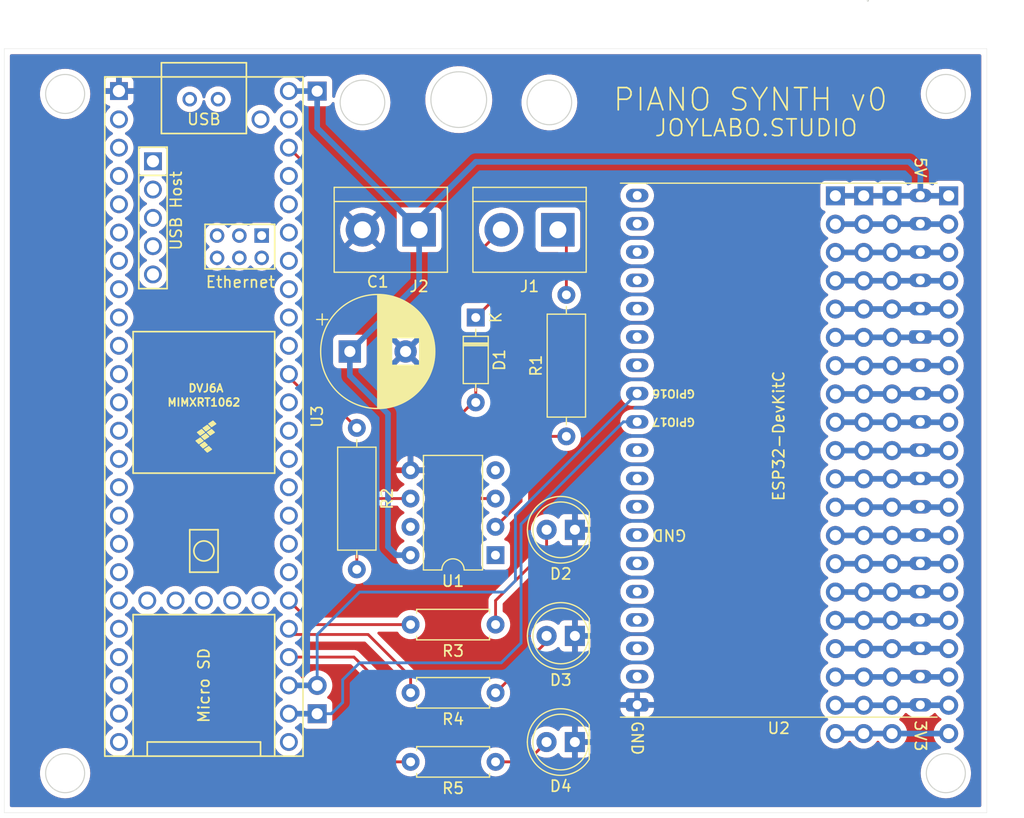
<source format=kicad_pcb>
(kicad_pcb (version 20211014) (generator pcbnew)
  (title_block (title "Piano Synth") (date "2022-05-25") (rev "v0") (company "JOYLABO.STUDIO") (comment 1 "Pool Piano @ Echigo Tsumari"))
  (layers (0 "F.Cu" signal) (31 "B.Cu" signal) (36 "B.SilkS" user "B.Silkscreen") (37 "F.SilkS" user "F.Silkscreen") (38 "B.Mask" user) (39 "F.Mask" user) (44 "Edge.Cuts" user))
  (net 0 "")
  (net 1 "VCC")
  (net 2 "GND")
  (net 3 "Net-(D1-Pad1)")
  (net 4 "Net-(D1-Pad2)")
  (net 5 "Net-(D2-Pad2)")
  (net 6 "Net-(D3-Pad2)")
  (net 7 "Net-(D4-Pad2)")
  (net 8 "Net-(J1-Pad1)")
  (net 9 "+3V3")
  (net 10 "Net-(R2-Pad2)")
  (net 11 "Net-(R3-Pad2)")
  (net 12 "Net-(R4-Pad2)")
  (net 13 "Net-(R5-Pad2)")
  (net 24 "Net-(U2-Pad27)")
  (net 25 "Net-(U2-Pad28)")
  (net 92 "Net-(U2-Pad18)")
  (net 93 "Net-(U2-Pad17)")
  (net 94 "Net-(U2-Pad16)")
  (net 95 "Net-(U2-Pad15)")
  (net 96 "Net-(U2-Pad14)")
  (net 97 "Net-(U2-Pad13)")
  (net 98 "Net-(U2-Pad12)")
  (net 99 "Net-(U2-Pad11)")
  (net 100 "Net-(U2-Pad10)")
  (net 101 "Net-(U2-Pad9)")
  (net 102 "Net-(U2-Pad8)")
  (net 103 "Net-(U2-Pad7)")
  (net 104 "Net-(U2-Pad6)")
  (net 105 "Net-(U2-Pad5)")
  (net 106 "Net-(U2-Pad4)")
  (net 107 "Net-(U2-Pad3)")
  (net 108 "Net-(U2-Pad2)")
  (net 109 "Net-(U2-Pad1)")
  (net 110 "Net-(J4-Pad20)")
  (footprint "Connector_PinHeader_2.54mm:PinHeader_1x20_P2.54mm_Vertical" (layer "F.Cu") (at 215.138 85.344)
    (fp_text reference "J6" hide)
    (fp_text value "Conn_01x20_Male")
    (pad "1" thru_hole rect (at 0 0) (size 1.7 1.7) (drill 1) (layers *.Cu *.Mask) (net 1 "VCC"))
    (pad "2" thru_hole oval (at 0 2.54) (size 1.7 1.7) (drill 1) (layers *.Cu *.Mask) (net 92 "Net-(U2-Pad18)"))
    (pad "3" thru_hole oval (at 0 5.08) (size 1.7 1.7) (drill 1) (layers *.Cu *.Mask) (net 93 "Net-(U2-Pad17)"))
    (pad "4" thru_hole oval (at 0 7.62) (size 1.7 1.7) (drill 1) (layers *.Cu *.Mask) (net 94 "Net-(U2-Pad16)"))
    (pad "5" thru_hole oval (at 0 10.16) (size 1.7 1.7) (drill 1) (layers *.Cu *.Mask) (net 95 "Net-(U2-Pad15)"))
    (pad "6" thru_hole oval (at 0 12.7) (size 1.7 1.7) (drill 1) (layers *.Cu *.Mask) (net 96 "Net-(U2-Pad14)"))
    (pad "7" thru_hole oval (at 0 15.24) (size 1.7 1.7) (drill 1) (layers *.Cu *.Mask) (net 97 "Net-(U2-Pad13)"))
    (pad "8" thru_hole oval (at 0 17.78) (size 1.7 1.7) (drill 1) (layers *.Cu *.Mask) (net 98 "Net-(U2-Pad12)"))
    (pad "9" thru_hole oval (at 0 20.32) (size 1.7 1.7) (drill 1) (layers *.Cu *.Mask) (net 99 "Net-(U2-Pad11)"))
    (pad "10" thru_hole oval (at 0 22.86) (size 1.7 1.7) (drill 1) (layers *.Cu *.Mask) (net 100 "Net-(U2-Pad10)"))
    (pad "11" thru_hole oval (at 0 25.4) (size 1.7 1.7) (drill 1) (layers *.Cu *.Mask) (net 101 "Net-(U2-Pad9)"))
    (pad "12" thru_hole oval (at 0 27.94) (size 1.7 1.7) (drill 1) (layers *.Cu *.Mask) (net 102 "Net-(U2-Pad8)"))
    (pad "13" thru_hole oval (at 0 30.48) (size 1.7 1.7) (drill 1) (layers *.Cu *.Mask) (net 103 "Net-(U2-Pad7)"))
    (pad "14" thru_hole oval (at 0 33.02) (size 1.7 1.7) (drill 1) (layers *.Cu *.Mask) (net 104 "Net-(U2-Pad6)"))
    (pad "15" thru_hole oval (at 0 35.56) (size 1.7 1.7) (drill 1) (layers *.Cu *.Mask) (net 105 "Net-(U2-Pad5)"))
    (pad "16" thru_hole oval (at 0 38.1) (size 1.7 1.7) (drill 1) (layers *.Cu *.Mask) (net 106 "Net-(U2-Pad4)"))
    (pad "17" thru_hole oval (at 0 40.64) (size 1.7 1.7) (drill 1) (layers *.Cu *.Mask) (net 107 "Net-(U2-Pad3)"))
    (pad "18" thru_hole oval (at 0 43.18) (size 1.7 1.7) (drill 1) (layers *.Cu *.Mask) (net 108 "Net-(U2-Pad2)"))
    (pad "19" thru_hole oval (at 0 45.72) (size 1.7 1.7) (drill 1) (layers *.Cu *.Mask) (net 109 "Net-(U2-Pad1)"))
    (pad "20" thru_hole oval (at 0 48.26) (size 1.7 1.7) (drill 1) (layers *.Cu *.Mask) (net 110 "Net-(J4-Pad20)"))
  )
  (footprint "Espressif:ESP32-DevKitC" (layer "F.Cu") (at 222.76168 131.03116 180)
    (fp_text reference "U2" (at 12.70368 -2.09728) (layer "F.SilkS"))
    (fp_text value "ESP32-DevKitC" (at 12.70368 24.13272 90) (layer "F.SilkS"))
    (fp_text user "GND" (at 24.13368 15.24272 180 unlocked) (layer "F.SilkS") (effects (justify right)))
    (fp_text user "GND" (at 25.40368 -4.60484 270 unlocked) (layer "F.SilkS") (effects (justify right)))
    (fp_text user "5V" (at 0.00368 49.24316 270 unlocked) (layer "F.SilkS") (effects (justify left)))
    (fp_text user "GPIO17" (at 24.13368 25.40272 180 unlocked) (layer "F.SilkS") (effects (font (size 0.7 0.7)) (justify right)))
    (fp_text user "GPIO16" (at 24.13368 27.94272 180 unlocked) (layer "F.SilkS") (effects (font (size 0.7 0.7)) (justify right)))
    (fp_text user "3V3" (at 0.00368 -1.30284 270 unlocked) (layer "F.SilkS") (effects (justify left)))
    (pad "1" thru_hole oval (at 0.00368 0.00272 90) (size 1.2 2) (drill 0.8) (layers *.Cu *.Mask) (net 109 "Net-(U2-Pad1)"))
    (pad "2" thru_hole oval (at 0.00368 2.54272 90) (size 1.2 2) (drill 0.8) (layers *.Cu *.Mask) (net 108 "Net-(U2-Pad2)"))
    (pad "3" thru_hole oval (at 0.00368 5.08272 90) (size 1.2 2) (drill 0.8) (layers *.Cu *.Mask) (net 107 "Net-(U2-Pad3)"))
    (pad "4" thru_hole oval (at 0.00368 7.62272 90) (size 1.2 2) (drill 0.8) (layers *.Cu *.Mask) (net 106 "Net-(U2-Pad4)"))
    (pad "5" thru_hole oval (at 0.00368 10.16272 90) (size 1.2 2) (drill 0.8) (layers *.Cu *.Mask) (net 105 "Net-(U2-Pad5)"))
    (pad "6" thru_hole oval (at 0.00368 12.70272 90) (size 1.2 2) (drill 0.8) (layers *.Cu *.Mask) (net 104 "Net-(U2-Pad6)"))
    (pad "7" thru_hole oval (at 0.00368 15.24272 90) (size 1.2 2) (drill 0.8) (layers *.Cu *.Mask) (net 103 "Net-(U2-Pad7)"))
    (pad "8" thru_hole oval (at 0.00368 17.78272 90) (size 1.2 2) (drill 0.8) (layers *.Cu *.Mask) (net 102 "Net-(U2-Pad8)"))
    (pad "9" thru_hole oval (at 0.00368 20.32272 90) (size 1.2 2) (drill 0.8) (layers *.Cu *.Mask) (net 101 "Net-(U2-Pad9)"))
    (pad "10" thru_hole oval (at 0.00368 22.86272 90) (size 1.2 2) (drill 0.8) (layers *.Cu *.Mask) (net 100 "Net-(U2-Pad10)"))
    (pad "11" thru_hole oval (at 0.00368 25.40272 90) (size 1.2 2) (drill 0.8) (layers *.Cu *.Mask) (net 99 "Net-(U2-Pad11)"))
    (pad "12" thru_hole oval (at 0.00368 27.94272 90) (size 1.2 2) (drill 0.8) (layers *.Cu *.Mask) (net 98 "Net-(U2-Pad12)"))
    (pad "13" thru_hole oval (at 0.00368 30.48272 90) (size 1.2 2) (drill 0.8) (layers *.Cu *.Mask) (net 97 "Net-(U2-Pad13)"))
    (pad "14" thru_hole roundrect (at 0.00368 33.02272 90) (size 1.2 2) (drill 0.8) (layers *.Cu *.Mask) (net 96 "Net-(U2-Pad14)"))
    (pad "15" thru_hole oval (at 0.00368 35.56272 90) (size 1.2 2) (drill 0.8) (layers *.Cu *.Mask) (net 95 "Net-(U2-Pad15)"))
    (pad "16" thru_hole oval (at 0.00368 38.10272 90) (size 1.2 2) (drill 0.8) (layers *.Cu *.Mask) (net 94 "Net-(U2-Pad16)"))
    (pad "17" thru_hole oval (at 0.00368 40.64272 90) (size 1.2 2) (drill 0.8) (layers *.Cu *.Mask) (net 93 "Net-(U2-Pad17)"))
    (pad "18" thru_hole oval (at 0.00368 43.18272 90) (size 1.2 2) (drill 0.8) (layers *.Cu *.Mask) (net 92 "Net-(U2-Pad18)"))
    (pad "19" thru_hole oval (at 0.00368 45.72272 90) (size 1.2 2) (drill 0.8) (layers *.Cu *.Mask) (net 1 "VCC"))
    (pad "20" thru_hole oval (at 25.4 45.72 90) (size 1.2 2) (drill 0.8) (layers *.Cu *.Mask))
    (pad "21" thru_hole oval (at 25.4 43.18 90) (size 1.2 2) (drill 0.8) (layers *.Cu *.Mask))
    (pad "22" thru_hole oval (at 25.40368 40.64272 90) (size 1.2 2) (drill 0.8) (layers *.Cu *.Mask))
    (pad "23" thru_hole oval (at 25.40368 38.10272 90) (size 1.2 2) (drill 0.8) (layers *.Cu *.Mask))
    (pad "24" thru_hole oval (at 25.40368 35.56272 90) (size 1.2 2) (drill 0.8) (layers *.Cu *.Mask))
    (pad "25" thru_hole oval (at 25.40368 33.02272 90) (size 1.2 2) (drill 0.8) (layers *.Cu *.Mask))
    (pad "26" thru_hole oval (at 25.40368 30.48272 90) (size 1.2 2) (drill 0.8) (layers *.Cu *.Mask))
    (pad "27" thru_hole oval (at 25.40368 27.94272 90) (size 1.2 2) (drill 0.8) (layers *.Cu *.Mask) (net 24 "Net-(U2-Pad27)"))
    (pad "28" thru_hole oval (at 25.40368 25.40272 90) (size 1.2 2) (drill 0.8) (layers *.Cu *.Mask) (net 25 "Net-(U2-Pad28)"))
    (pad "29" thru_hole oval (at 25.40368 22.86272 90) (size 1.2 2) (drill 0.8) (layers *.Cu *.Mask))
    (pad "30" thru_hole oval (at 25.40368 20.32272 90) (size 1.2 2) (drill 0.8) (layers *.Cu *.Mask))
    (pad "31" thru_hole oval (at 25.40368 17.78272 90) (size 1.2 2) (drill 0.8) (layers *.Cu *.Mask))
    (pad "32" thru_hole oval (at 25.40368 15.24272 90) (size 1.2 2) (drill 0.8) (layers *.Cu *.Mask))
    (pad "33" thru_hole oval (at 25.40368 12.70272 90) (size 1.2 2) (drill 0.8) (layers *.Cu *.Mask))
    (pad "34" thru_hole oval (at 25.40368 10.16272 90) (size 1.2 2) (drill 0.8) (layers *.Cu *.Mask))
    (pad "35" thru_hole oval (at 25.40368 7.62272 90) (size 1.2 2) (drill 0.8) (layers *.Cu *.Mask))
    (pad "36" thru_hole oval (at 25.40368 5.08272 90) (size 1.2 2) (drill 0.8) (layers *.Cu *.Mask))
    (pad "37" thru_hole oval (at 25.40368 2.54272 90) (size 1.2 2) (drill 0.8) (layers *.Cu *.Mask))
    (pad "38" thru_hole roundrect (at 25.40368 0.00272 90) (size 1.2 2) (drill 0.8) (layers *.Cu *.Mask) (net 2 "GND"))
  )
  (footprint "TerminalBlock:TerminalBlock_bornier-2_P5.08mm" (layer "F.Cu") (at 190.246 88.392 180)
    (fp_text reference "J1" (at 2.54 -5.08) (layer "F.SilkS"))
    (fp_text value "Screw_Terminal_01x02")
    (pad "1" thru_hole rect (at 0 0 180) (size 3 3) (drill 1.52) (layers *.Cu *.Mask) (net 8 "Net-(J1-Pad1)"))
    (pad "2" thru_hole circle (at 5.08 0 180) (size 3 3) (drill 1.52) (layers *.Cu *.Mask) (net 4 "Net-(D1-Pad2)"))
  )
  (footprint "Resistor_THT:R_Axial_DIN0207_L6.3mm_D2.5mm_P7.62mm_Horizontal" (layer "F.Cu") (at 184.658 136.144 180)
    (fp_text reference "R5" (at 3.81 -2.37) (layer "F.SilkS"))
    (fp_text value "68")
    (pad "1" thru_hole circle (at 0 0 180) (size 1.6 1.6) (drill 0.8) (layers *.Cu *.Mask) (net 7 "Net-(D4-Pad2)"))
    (pad "2" thru_hole oval (at 7.62 0 180) (size 1.6 1.6) (drill 0.8) (layers *.Cu *.Mask) (net 13 "Net-(R5-Pad2)"))
  )
  (footprint "Resistor_THT:R_Axial_DIN0309_L9.0mm_D3.2mm_P12.70mm_Horizontal" (layer "F.Cu") (at 172.212 106.172 -90)
    (fp_text reference "R2" (at 6.35 -2.72 90) (layer "F.SilkS"))
    (fp_text value "470")
    (pad "1" thru_hole circle (at 0 0 270) (size 1.6 1.6) (drill 0.8) (layers *.Cu *.Mask) (net 9 "+3V3"))
    (pad "2" thru_hole oval (at 12.7 0 270) (size 1.6 1.6) (drill 0.8) (layers *.Cu *.Mask) (net 10 "Net-(R2-Pad2)"))
  )
  (footprint "Resistor_THT:R_Axial_DIN0309_L9.0mm_D3.2mm_P12.70mm_Horizontal" (layer "F.Cu") (at 191.008 106.934 90)
    (fp_text reference "R1" (at 6.35 -2.72 90) (layer "F.SilkS"))
    (fp_text value "220")
    (pad "1" thru_hole circle (at 0 0 90) (size 1.6 1.6) (drill 0.8) (layers *.Cu *.Mask) (net 3 "Net-(D1-Pad1)"))
    (pad "2" thru_hole oval (at 12.7 0 90) (size 1.6 1.6) (drill 0.8) (layers *.Cu *.Mask) (net 8 "Net-(J1-Pad1)"))
  )
  (footprint "Connector_PinHeader_2.54mm:PinHeader_1x20_P2.54mm_Vertical" (layer "F.Cu") (at 225.298 85.344)
    (fp_text reference "J7" hide)
    (fp_text value "Conn_01x20_Male")
    (pad "1" thru_hole rect (at 0 0) (size 1.7 1.7) (drill 1) (layers *.Cu *.Mask) (net 1 "VCC"))
    (pad "2" thru_hole oval (at 0 2.54) (size 1.7 1.7) (drill 1) (layers *.Cu *.Mask) (net 92 "Net-(U2-Pad18)"))
    (pad "3" thru_hole oval (at 0 5.08) (size 1.7 1.7) (drill 1) (layers *.Cu *.Mask) (net 93 "Net-(U2-Pad17)"))
    (pad "4" thru_hole oval (at 0 7.62) (size 1.7 1.7) (drill 1) (layers *.Cu *.Mask) (net 94 "Net-(U2-Pad16)"))
    (pad "5" thru_hole oval (at 0 10.16) (size 1.7 1.7) (drill 1) (layers *.Cu *.Mask) (net 95 "Net-(U2-Pad15)"))
    (pad "6" thru_hole oval (at 0 12.7) (size 1.7 1.7) (drill 1) (layers *.Cu *.Mask) (net 96 "Net-(U2-Pad14)"))
    (pad "7" thru_hole oval (at 0 15.24) (size 1.7 1.7) (drill 1) (layers *.Cu *.Mask) (net 97 "Net-(U2-Pad13)"))
    (pad "8" thru_hole oval (at 0 17.78) (size 1.7 1.7) (drill 1) (layers *.Cu *.Mask) (net 98 "Net-(U2-Pad12)"))
    (pad "9" thru_hole oval (at 0 20.32) (size 1.7 1.7) (drill 1) (layers *.Cu *.Mask) (net 99 "Net-(U2-Pad11)"))
    (pad "10" thru_hole oval (at 0 22.86) (size 1.7 1.7) (drill 1) (layers *.Cu *.Mask) (net 100 "Net-(U2-Pad10)"))
    (pad "11" thru_hole oval (at 0 25.4) (size 1.7 1.7) (drill 1) (layers *.Cu *.Mask) (net 101 "Net-(U2-Pad9)"))
    (pad "12" thru_hole oval (at 0 27.94) (size 1.7 1.7) (drill 1) (layers *.Cu *.Mask) (net 102 "Net-(U2-Pad8)"))
    (pad "13" thru_hole oval (at 0 30.48) (size 1.7 1.7) (drill 1) (layers *.Cu *.Mask) (net 103 "Net-(U2-Pad7)"))
    (pad "14" thru_hole oval (at 0 33.02) (size 1.7 1.7) (drill 1) (layers *.Cu *.Mask) (net 104 "Net-(U2-Pad6)"))
    (pad "15" thru_hole oval (at 0 35.56) (size 1.7 1.7) (drill 1) (layers *.Cu *.Mask) (net 105 "Net-(U2-Pad5)"))
    (pad "16" thru_hole oval (at 0 38.1) (size 1.7 1.7) (drill 1) (layers *.Cu *.Mask) (net 106 "Net-(U2-Pad4)"))
    (pad "17" thru_hole oval (at 0 40.64) (size 1.7 1.7) (drill 1) (layers *.Cu *.Mask) (net 107 "Net-(U2-Pad3)"))
    (pad "18" thru_hole oval (at 0 43.18) (size 1.7 1.7) (drill 1) (layers *.Cu *.Mask) (net 108 "Net-(U2-Pad2)"))
    (pad "19" thru_hole oval (at 0 45.72) (size 1.7 1.7) (drill 1) (layers *.Cu *.Mask) (net 109 "Net-(U2-Pad1)"))
    (pad "20" thru_hole oval (at 0 48.26) (size 1.7 1.7) (drill 1) (layers *.Cu *.Mask) (net 110 "Net-(J4-Pad20)"))
  )
  (footprint "Connector_PinHeader_2.54mm:PinHeader_1x20_P2.54mm_Vertical" (layer "F.Cu") (at 217.678 85.344)
    (fp_text reference "J5" hide)
    (fp_text value "Conn_01x20_Male")
    (pad "1" thru_hole rect (at 0 0) (size 1.7 1.7) (drill 1) (layers *.Cu *.Mask) (net 1 "VCC"))
    (pad "2" thru_hole oval (at 0 2.54) (size 1.7 1.7) (drill 1) (layers *.Cu *.Mask) (net 92 "Net-(U2-Pad18)"))
    (pad "3" thru_hole oval (at 0 5.08) (size 1.7 1.7) (drill 1) (layers *.Cu *.Mask) (net 93 "Net-(U2-Pad17)"))
    (pad "4" thru_hole oval (at 0 7.62) (size 1.7 1.7) (drill 1) (layers *.Cu *.Mask) (net 94 "Net-(U2-Pad16)"))
    (pad "5" thru_hole oval (at 0 10.16) (size 1.7 1.7) (drill 1) (layers *.Cu *.Mask) (net 95 "Net-(U2-Pad15)"))
    (pad "6" thru_hole oval (at 0 12.7) (size 1.7 1.7) (drill 1) (layers *.Cu *.Mask) (net 96 "Net-(U2-Pad14)"))
    (pad "7" thru_hole oval (at 0 15.24) (size 1.7 1.7) (drill 1) (layers *.Cu *.Mask) (net 97 "Net-(U2-Pad13)"))
    (pad "8" thru_hole oval (at 0 17.78) (size 1.7 1.7) (drill 1) (layers *.Cu *.Mask) (net 98 "Net-(U2-Pad12)"))
    (pad "9" thru_hole oval (at 0 20.32) (size 1.7 1.7) (drill 1) (layers *.Cu *.Mask) (net 99 "Net-(U2-Pad11)"))
    (pad "10" thru_hole oval (at 0 22.86) (size 1.7 1.7) (drill 1) (layers *.Cu *.Mask) (net 100 "Net-(U2-Pad10)"))
    (pad "11" thru_hole oval (at 0 25.4) (size 1.7 1.7) (drill 1) (layers *.Cu *.Mask) (net 101 "Net-(U2-Pad9)"))
    (pad "12" thru_hole oval (at 0 27.94) (size 1.7 1.7) (drill 1) (layers *.Cu *.Mask) (net 102 "Net-(U2-Pad8)"))
    (pad "13" thru_hole oval (at 0 30.48) (size 1.7 1.7) (drill 1) (layers *.Cu *.Mask) (net 103 "Net-(U2-Pad7)"))
    (pad "14" thru_hole oval (at 0 33.02) (size 1.7 1.7) (drill 1) (layers *.Cu *.Mask) (net 104 "Net-(U2-Pad6)"))
    (pad "15" thru_hole oval (at 0 35.56) (size 1.7 1.7) (drill 1) (layers *.Cu *.Mask) (net 105 "Net-(U2-Pad5)"))
    (pad "16" thru_hole oval (at 0 38.1) (size 1.7 1.7) (drill 1) (layers *.Cu *.Mask) (net 106 "Net-(U2-Pad4)"))
    (pad "17" thru_hole oval (at 0 40.64) (size 1.7 1.7) (drill 1) (layers *.Cu *.Mask) (net 107 "Net-(U2-Pad3)"))
    (pad "18" thru_hole oval (at 0 43.18) (size 1.7 1.7) (drill 1) (layers *.Cu *.Mask) (net 108 "Net-(U2-Pad2)"))
    (pad "19" thru_hole oval (at 0 45.72) (size 1.7 1.7) (drill 1) (layers *.Cu *.Mask) (net 109 "Net-(U2-Pad1)"))
    (pad "20" thru_hole oval (at 0 48.26) (size 1.7 1.7) (drill 1) (layers *.Cu *.Mask) (net 110 "Net-(J4-Pad20)"))
  )
  (footprint "Diode_THT:D_DO-35_SOD27_P7.62mm_Horizontal" (layer "F.Cu") (at 182.88 96.266 -90)
    (fp_text reference "D1" (at 3.81 -2.12 90) (layer "F.SilkS"))
    (fp_text value "1N4148")
    (fp_text user "K" (at 0 -1.8 90) (layer "F.SilkS"))
    (pad "1" thru_hole rect (at 0 0 270) (size 1.6 1.6) (drill 0.8) (layers *.Cu *.Mask) (net 3 "Net-(D1-Pad1)"))
    (pad "2" thru_hole oval (at 7.62 0 270) (size 1.6 1.6) (drill 0.8) (layers *.Cu *.Mask) (net 4 "Net-(D1-Pad2)"))
  )
  (footprint "TerminalBlock:TerminalBlock_bornier-2_P5.08mm" (layer "F.Cu") (at 177.8 88.392 180)
    (fp_text reference "J2" (at 0 -5.08) (layer "F.SilkS"))
    (fp_text value "Screw_Terminal_01x02")
    (pad "1" thru_hole rect (at 0 0 180) (size 3 3) (drill 1.52) (layers *.Cu *.Mask) (net 1 "VCC"))
    (pad "2" thru_hole circle (at 5.08 0 180) (size 3 3) (drill 1.52) (layers *.Cu *.Mask) (net 2 "GND"))
  )
  (footprint "Connector_PinHeader_2.54mm:PinHeader_1x02_P2.54mm_Vertical" (layer "F.Cu") (at 168.656 131.826 180)
    (fp_text reference "J8" hide)
    (fp_text value "Conn_01x02_Male")
    (pad "1" thru_hole rect (at 0 0 180) (size 1.7 1.7) (drill 1) (layers *.Cu *.Mask) (net 25 "Net-(U2-Pad28)"))
    (pad "2" thru_hole oval (at 0 2.54 180) (size 1.7 1.7) (drill 1) (layers *.Cu *.Mask) (net 24 "Net-(U2-Pad27)"))
  )
  (footprint "Connector_PinHeader_2.54mm:PinHeader_1x01_P2.54mm_Vertical" (layer "F.Cu") (at 168.656 75.946)
    (fp_text reference "J3" hide)
    (fp_text value "Conn_01x01_Male")
    (pad "1" thru_hole rect (at 0 0) (size 1.7 1.7) (drill 1) (layers *.Cu *.Mask) (net 1 "VCC"))
  )
  (footprint "LED_THT:LED_D5.0mm" (layer "F.Cu") (at 191.775 124.841 180)
    (fp_text reference "D3" (at 1.27 -3.96) (layer "F.SilkS"))
    (fp_text value "YEL")
    (pad "1" thru_hole rect (at 0 0 180) (size 1.8 1.8) (drill 0.9) (layers *.Cu *.Mask) (net 2 "GND"))
    (pad "2" thru_hole circle (at 2.54 0 180) (size 1.8 1.8) (drill 0.9) (layers *.Cu *.Mask) (net 6 "Net-(D3-Pad2)"))
  )
  (footprint "Connector_PinHeader_2.54mm:PinHeader_1x20_P2.54mm_Vertical" (layer "F.Cu") (at 220.218 85.344)
    (fp_text reference "J4" hide)
    (fp_text value "Conn_01x20_Male")
    (pad "1" thru_hole rect (at 0 0) (size 1.7 1.7) (drill 1) (layers *.Cu *.Mask) (net 1 "VCC"))
    (pad "2" thru_hole oval (at 0 2.54) (size 1.7 1.7) (drill 1) (layers *.Cu *.Mask) (net 92 "Net-(U2-Pad18)"))
    (pad "3" thru_hole oval (at 0 5.08) (size 1.7 1.7) (drill 1) (layers *.Cu *.Mask) (net 93 "Net-(U2-Pad17)"))
    (pad "4" thru_hole oval (at 0 7.62) (size 1.7 1.7) (drill 1) (layers *.Cu *.Mask) (net 94 "Net-(U2-Pad16)"))
    (pad "5" thru_hole oval (at 0 10.16) (size 1.7 1.7) (drill 1) (layers *.Cu *.Mask) (net 95 "Net-(U2-Pad15)"))
    (pad "6" thru_hole oval (at 0 12.7) (size 1.7 1.7) (drill 1) (layers *.Cu *.Mask) (net 96 "Net-(U2-Pad14)"))
    (pad "7" thru_hole oval (at 0 15.24) (size 1.7 1.7) (drill 1) (layers *.Cu *.Mask) (net 97 "Net-(U2-Pad13)"))
    (pad "8" thru_hole oval (at 0 17.78) (size 1.7 1.7) (drill 1) (layers *.Cu *.Mask) (net 98 "Net-(U2-Pad12)"))
    (pad "9" thru_hole oval (at 0 20.32) (size 1.7 1.7) (drill 1) (layers *.Cu *.Mask) (net 99 "Net-(U2-Pad11)"))
    (pad "10" thru_hole oval (at 0 22.86) (size 1.7 1.7) (drill 1) (layers *.Cu *.Mask) (net 100 "Net-(U2-Pad10)"))
    (pad "11" thru_hole oval (at 0 25.4) (size 1.7 1.7) (drill 1) (layers *.Cu *.Mask) (net 101 "Net-(U2-Pad9)"))
    (pad "12" thru_hole oval (at 0 27.94) (size 1.7 1.7) (drill 1) (layers *.Cu *.Mask) (net 102 "Net-(U2-Pad8)"))
    (pad "13" thru_hole oval (at 0 30.48) (size 1.7 1.7) (drill 1) (layers *.Cu *.Mask) (net 103 "Net-(U2-Pad7)"))
    (pad "14" thru_hole oval (at 0 33.02) (size 1.7 1.7) (drill 1) (layers *.Cu *.Mask) (net 104 "Net-(U2-Pad6)"))
    (pad "15" thru_hole oval (at 0 35.56) (size 1.7 1.7) (drill 1) (layers *.Cu *.Mask) (net 105 "Net-(U2-Pad5)"))
    (pad "16" thru_hole oval (at 0 38.1) (size 1.7 1.7) (drill 1) (layers *.Cu *.Mask) (net 106 "Net-(U2-Pad4)"))
    (pad "17" thru_hole oval (at 0 40.64) (size 1.7 1.7) (drill 1) (layers *.Cu *.Mask) (net 107 "Net-(U2-Pad3)"))
    (pad "18" thru_hole oval (at 0 43.18) (size 1.7 1.7) (drill 1) (layers *.Cu *.Mask) (net 108 "Net-(U2-Pad2)"))
    (pad "19" thru_hole oval (at 0 45.72) (size 1.7 1.7) (drill 1) (layers *.Cu *.Mask) (net 109 "Net-(U2-Pad1)"))
    (pad "20" thru_hole oval (at 0 48.26) (size 1.7 1.7) (drill 1) (layers *.Cu *.Mask) (net 110 "Net-(J4-Pad20)"))
  )
  (footprint "Package_DIP:DIP-8_W7.62mm" (layer "F.Cu") (at 184.648 117.592 180)
    (fp_text reference "U1" (at 3.81 -2.33) (layer "F.SilkS"))
    (fp_text value "6N138")
    (pad "1" thru_hole rect (at 0 0 180) (size 1.6 1.6) (drill 0.8) (layers *.Cu *.Mask))
    (pad "2" thru_hole oval (at 0 2.54 180) (size 1.6 1.6) (drill 0.8) (layers *.Cu *.Mask) (net 3 "Net-(D1-Pad1)"))
    (pad "3" thru_hole oval (at 0 5.08 180) (size 1.6 1.6) (drill 0.8) (layers *.Cu *.Mask) (net 4 "Net-(D1-Pad2)"))
    (pad "4" thru_hole oval (at 0 7.62 180) (size 1.6 1.6) (drill 0.8) (layers *.Cu *.Mask))
    (pad "5" thru_hole oval (at 7.62 7.62 180) (size 1.6 1.6) (drill 0.8) (layers *.Cu *.Mask) (net 2 "GND"))
    (pad "6" thru_hole oval (at 7.62 5.08 180) (size 1.6 1.6) (drill 0.8) (layers *.Cu *.Mask) (net 10 "Net-(R2-Pad2)"))
    (pad "7" thru_hole oval (at 7.62 2.54 180) (size 1.6 1.6) (drill 0.8) (layers *.Cu *.Mask))
    (pad "8" thru_hole oval (at 7.62 0 180) (size 1.6 1.6) (drill 0.8) (layers *.Cu *.Mask) (net 1 "VCC"))
  )
  (footprint "LED_THT:LED_D5.0mm" (layer "F.Cu") (at 191.775 115.316 180)
    (fp_text reference "D2" (at 1.27 -3.96) (layer "F.SilkS"))
    (fp_text value "GRN")
    (pad "1" thru_hole rect (at 0 0 180) (size 1.8 1.8) (drill 0.9) (layers *.Cu *.Mask) (net 2 "GND"))
    (pad "2" thru_hole circle (at 2.54 0 180) (size 1.8 1.8) (drill 0.9) (layers *.Cu *.Mask) (net 5 "Net-(D2-Pad2)"))
  )
  (footprint "Capacitor_THT:CP_Radial_D10.0mm_P5.00mm" (layer "F.Cu") (at 171.587349 99.314)
    (fp_text reference "C1" (at 2.5 -6.25) (layer "F.SilkS"))
    (fp_text value "0.1uF")
    (pad "1" thru_hole rect (at 0 0) (size 2 2) (drill 1) (layers *.Cu *.Mask) (net 1 "VCC"))
    (pad "2" thru_hole circle (at 5 0) (size 2 2) (drill 1) (layers *.Cu *.Mask) (net 2 "GND"))
  )
  (footprint "Resistor_THT:R_Axial_DIN0207_L6.3mm_D2.5mm_P7.62mm_Horizontal" (layer "F.Cu") (at 184.658 129.9464 180)
    (fp_text reference "R4" (at 3.81 -2.37) (layer "F.SilkS"))
    (fp_text value "68")
    (pad "1" thru_hole circle (at 0 0 180) (size 1.6 1.6) (drill 0.8) (layers *.Cu *.Mask) (net 6 "Net-(D3-Pad2)"))
    (pad "2" thru_hole oval (at 7.62 0 180) (size 1.6 1.6) (drill 0.8) (layers *.Cu *.Mask) (net 12 "Net-(R4-Pad2)"))
  )
  (footprint "Resistor_THT:R_Axial_DIN0207_L6.3mm_D2.5mm_P7.62mm_Horizontal" (layer "F.Cu") (at 184.658 123.825 180)
    (fp_text reference "R3" (at 3.81 -2.37) (layer "F.SilkS"))
    (fp_text value "15")
    (pad "1" thru_hole circle (at 0 0 180) (size 1.6 1.6) (drill 0.8) (layers *.Cu *.Mask) (net 5 "Net-(D2-Pad2)"))
    (pad "2" thru_hole oval (at 7.62 0 180) (size 1.6 1.6) (drill 0.8) (layers *.Cu *.Mask) (net 11 "Net-(R3-Pad2)"))
  )
  (footprint "LED_THT:LED_D5.0mm" (layer "F.Cu") (at 191.77 134.366 180)
    (fp_text reference "D4" (at 1.27 -3.96) (layer "F.SilkS"))
    (fp_text value "RED")
    (pad "1" thru_hole rect (at 0 0 180) (size 1.8 1.8) (drill 0.9) (layers *.Cu *.Mask) (net 2 "GND"))
    (pad "2" thru_hole circle (at 2.54 0 180) (size 1.8 1.8) (drill 0.9) (layers *.Cu *.Mask) (net 7 "Net-(D4-Pad2)"))
  )
  (footprint "teensy:Teensy41" (layer "F.Cu") (at 158.496 105.151 -90)
    (fp_text reference "U3" (at 0 -10.16 90) (layer "F.SilkS"))
    (fp_text value "Teensy4.1")
    (fp_text user "Ethernet" (at -12.065 -3.2766) (layer "F.SilkS"))
    (fp_text user "USB" (at -26.67 0) (layer "F.SilkS"))
    (fp_text user "USB Host" (at -18.4658 2.4892 90) (layer "F.SilkS"))
    (fp_text user "MIMXRT1062" (at -1.27 0) (layer "F.SilkS") (effects (font (size 0.7 0.7))))
    (fp_text user "DVJ6A" (at -2.54 -0.18) (layer "F.SilkS") (effects (font (size 0.7 0.7))))
    (fp_text user "Micro SD" (at 24.13 0 90) (layer "F.SilkS"))
    (pad "1" thru_hole rect locked (at -29.21 7.62 270) (size 1.6 1.6) (drill 1.1) (layers *.Cu *.Mask) (net 2 "GND"))
    (pad "2" thru_hole circle locked (at -26.67 7.62 270) (size 1.6 1.6) (drill 1.1) (layers *.Cu *.Mask))
    (pad "3" thru_hole circle locked (at -24.13 7.62 270) (size 1.6 1.6) (drill 1.1) (layers *.Cu *.Mask))
    (pad "4" thru_hole circle locked (at -21.59 7.62 270) (size 1.6 1.6) (drill 1.1) (layers *.Cu *.Mask))
    (pad "5" thru_hole circle locked (at -19.05 7.62 270) (size 1.6 1.6) (drill 1.1) (layers *.Cu *.Mask))
    (pad "6" thru_hole circle locked (at -16.51 7.62 270) (size 1.6 1.6) (drill 1.1) (layers *.Cu *.Mask))
    (pad "7" thru_hole circle locked (at -13.97 7.62 270) (size 1.6 1.6) (drill 1.1) (layers *.Cu *.Mask))
    (pad "8" thru_hole circle locked (at -11.43 7.62 270) (size 1.6 1.6) (drill 1.1) (layers *.Cu *.Mask))
    (pad "9" thru_hole circle locked (at -8.89 7.62 270) (size 1.6 1.6) (drill 1.1) (layers *.Cu *.Mask))
    (pad "10" thru_hole circle locked (at -6.35 7.62 270) (size 1.6 1.6) (drill 1.1) (layers *.Cu *.Mask))
    (pad "11" thru_hole circle locked (at -3.81 7.62 270) (size 1.6 1.6) (drill 1.1) (layers *.Cu *.Mask))
    (pad "12" thru_hole circle locked (at -1.27 7.62 270) (size 1.6 1.6) (drill 1.1) (layers *.Cu *.Mask))
    (pad "13" thru_hole circle locked (at 1.27 7.62 270) (size 1.6 1.6) (drill 1.1) (layers *.Cu *.Mask))
    (pad "14" thru_hole circle locked (at 3.81 7.62 270) (size 1.6 1.6) (drill 1.1) (layers *.Cu *.Mask))
    (pad "15" thru_hole circle locked (at 6.35 7.62 270) (size 1.6 1.6) (drill 1.1) (layers *.Cu *.Mask))
    (pad "16" thru_hole circle locked (at 8.89 7.62 270) (size 1.6 1.6) (drill 1.1) (layers *.Cu *.Mask))
    (pad "17" thru_hole circle locked (at 11.43 7.62 270) (size 1.6 1.6) (drill 1.1) (layers *.Cu *.Mask))
    (pad "18" thru_hole circle locked (at 13.97 7.62 270) (size 1.6 1.6) (drill 1.1) (layers *.Cu *.Mask))
    (pad "19" thru_hole circle locked (at 16.51 7.62 270) (size 1.6 1.6) (drill 1.1) (layers *.Cu *.Mask))
    (pad "20" thru_hole circle locked (at 19.05 7.62 270) (size 1.6 1.6) (drill 1.1) (layers *.Cu *.Mask))
    (pad "21" thru_hole circle locked (at 21.59 7.62 270) (size 1.6 1.6) (drill 1.1) (layers *.Cu *.Mask))
    (pad "22" thru_hole circle locked (at 24.13 7.62 270) (size 1.6 1.6) (drill 1.1) (layers *.Cu *.Mask))
    (pad "23" thru_hole circle locked (at 26.67 7.62 270) (size 1.6 1.6) (drill 1.1) (layers *.Cu *.Mask))
    (pad "24" thru_hole circle locked (at 29.21 7.62 270) (size 1.6 1.6) (drill 1.1) (layers *.Cu *.Mask))
    (pad "25" thru_hole circle locked (at 29.21 -7.62 270) (size 1.6 1.6) (drill 1.1) (layers *.Cu *.Mask))
    (pad "26" thru_hole circle locked (at 26.67 -7.62 270) (size 1.6 1.6) (drill 1.1) (layers *.Cu *.Mask) (net 25 "Net-(U2-Pad28)"))
    (pad "27" thru_hole circle locked (at 24.13 -7.62 270) (size 1.6 1.6) (drill 1.1) (layers *.Cu *.Mask) (net 24 "Net-(U2-Pad27)"))
    (pad "28" thru_hole circle locked (at 21.59 -7.62 270) (size 1.6 1.6) (drill 1.1) (layers *.Cu *.Mask) (net 13 "Net-(R5-Pad2)"))
    (pad "29" thru_hole circle locked (at 19.05 -7.62 270) (size 1.6 1.6) (drill 1.1) (layers *.Cu *.Mask) (net 12 "Net-(R4-Pad2)"))
    (pad "30" thru_hole circle locked (at 16.51 -7.62 270) (size 1.6 1.6) (drill 1.1) (layers *.Cu *.Mask) (net 11 "Net-(R3-Pad2)"))
    (pad "31" thru_hole circle locked (at 13.97 -7.62 270) (size 1.6 1.6) (drill 1.1) (layers *.Cu *.Mask))
    (pad "32" thru_hole circle locked (at 11.43 -7.62 270) (size 1.6 1.6) (drill 1.1) (layers *.Cu *.Mask))
    (pad "33" thru_hole circle locked (at 8.89 -7.62 270) (size 1.6 1.6) (drill 1.1) (layers *.Cu *.Mask))
    (pad "34" thru_hole circle locked (at 6.35 -7.62 270) (size 1.6 1.6) (drill 1.1) (layers *.Cu *.Mask))
    (pad "35" thru_hole circle locked (at 3.81 -7.62 270) (size 1.6 1.6) (drill 1.1) (layers *.Cu *.Mask))
    (pad "36" thru_hole circle locked (at 1.27 -7.62 270) (size 1.6 1.6) (drill 1.1) (layers *.Cu *.Mask))
    (pad "37" thru_hole circle locked (at -1.27 -7.62 270) (size 1.6 1.6) (drill 1.1) (layers *.Cu *.Mask))
    (pad "38" thru_hole circle locked (at -3.81 -7.62 270) (size 1.6 1.6) (drill 1.1) (layers *.Cu *.Mask) (net 10 "Net-(R2-Pad2)"))
    (pad "39" thru_hole circle locked (at -6.35 -7.62 270) (size 1.6 1.6) (drill 1.1) (layers *.Cu *.Mask))
    (pad "40" thru_hole circle locked (at -8.89 -7.62 270) (size 1.6 1.6) (drill 1.1) (layers *.Cu *.Mask))
    (pad "41" thru_hole circle locked (at -11.43 -7.62 270) (size 1.6 1.6) (drill 1.1) (layers *.Cu *.Mask))
    (pad "42" thru_hole circle locked (at -13.97 -7.62 270) (size 1.6 1.6) (drill 1.1) (layers *.Cu *.Mask))
    (pad "43" thru_hole circle locked (at -16.51 -7.62 270) (size 1.6 1.6) (drill 1.1) (layers *.Cu *.Mask))
    (pad "44" thru_hole circle locked (at -19.05 -7.62 270) (size 1.6 1.6) (drill 1.1) (layers *.Cu *.Mask))
    (pad "45" thru_hole circle locked (at -21.59 -7.62 270) (size 1.6 1.6) (drill 1.1) (layers *.Cu *.Mask))
    (pad "46" thru_hole circle locked (at -24.13 -7.62 270) (size 1.6 1.6) (drill 1.1) (layers *.Cu *.Mask) (net 9 "+3V3"))
    (pad "47" thru_hole circle locked (at -26.67 -7.62 270) (size 1.6 1.6) (drill 1.1) (layers *.Cu *.Mask))
    (pad "48" thru_hole circle locked (at -29.21 -7.62 270) (size 1.6 1.6) (drill 1.1) (layers *.Cu *.Mask) (net 1 "VCC"))
    (pad "49" thru_hole circle locked (at -26.67 -5.08 270) (size 1.6 1.6) (drill 1.1) (layers *.Cu *.Mask))
    (pad "50" thru_hole circle locked (at 16.51 5.08 270) (size 1.6 1.6) (drill 1.1) (layers *.Cu *.Mask))
    (pad "51" thru_hole circle locked (at 16.51 2.54 270) (size 1.6 1.6) (drill 1.1) (layers *.Cu *.Mask))
    (pad "52" thru_hole circle locked (at 16.51 0 270) (size 1.6 1.6) (drill 1.1) (layers *.Cu *.Mask))
    (pad "53" thru_hole circle locked (at 16.51 -2.54 270) (size 1.6 1.6) (drill 1.1) (layers *.Cu *.Mask))
    (pad "54" thru_hole circle locked (at 16.51 -5.08 270) (size 1.6 1.6) (drill 1.1) (layers *.Cu *.Mask))
    (pad "55" thru_hole rect locked (at -22.9108 4.5692 270) (size 1.6 1.6) (drill 1.1) (layers *.Cu *.Mask))
    (pad "56" thru_hole circle locked (at -20.3708 4.5692 270) (size 1.6 1.6) (drill 1.1) (layers *.Cu *.Mask))
    (pad "57" thru_hole circle locked (at -17.8308 4.5692 270) (size 1.6 1.6) (drill 1.1) (layers *.Cu *.Mask))
    (pad "58" thru_hole circle locked (at -15.2908 4.5692 270) (size 1.6 1.6) (drill 1.1) (layers *.Cu *.Mask))
    (pad "59" thru_hole circle locked (at -12.7508 4.5692 270) (size 1.6 1.6) (drill 1.1) (layers *.Cu *.Mask))
    (pad "60" thru_hole rect locked (at -16.24 -5.1816 270) (size 1.3 1.3) (drill 0.8) (layers *.Cu *.Mask))
    (pad "61" thru_hole circle locked (at -16.24 -3.1816 270) (size 1.3 1.3) (drill 0.8) (layers *.Cu *.Mask))
    (pad "62" thru_hole circle locked (at -16.24 -1.1816 270) (size 1.3 1.3) (drill 0.8) (layers *.Cu *.Mask))
    (pad "63" thru_hole circle locked (at -14.24 -1.1816 270) (size 1.3 1.3) (drill 0.8) (layers *.Cu *.Mask))
    (pad "64" thru_hole circle locked (at -14.24 -3.1816 270) (size 1.3 1.3) (drill 0.8) (layers *.Cu *.Mask))
    (pad "65" thru_hole circle locked (at -14.24 -5.1816 270) (size 1.3 1.3) (drill 0.8) (layers *.Cu *.Mask))
    (pad "66" thru_hole circle locked (at -28.48 -1.27 270) (size 1.3 1.3) (drill 0.8) (layers *.Cu *.Mask))
    (pad "67" thru_hole circle locked (at -28.48 1.27 270) (size 1.3 1.3) (drill 0.8) (layers *.Cu *.Mask))
  )
  (gr_circle (center 189.484 76.962) (end 191.484 76.962) (layer "Edge.Cuts") (width 0.1) (fill none))
  (gr_circle (center 146.05 137.16) (end 147.8 137.16) (layer "Edge.Cuts") (width 0.1) (fill none))
  (gr_circle (center 225.044 137.16) (end 226.794 137.16) (layer "Edge.Cuts") (width 0.1) (fill none))
  (gr_circle (center 218.05194 67.818) (end 218.05194 67.818) (layer "Edge.Cuts") (width 0.1) (fill none))
  (gr_rect (start 140.589 72.131) (end 228.727 140.711) (layer "Edge.Cuts") (width 0.0254) (fill none))
  (gr_circle (center 146.05 76.2) (end 147.8 76.2) (layer "Edge.Cuts") (width 0.1) (fill none))
  (gr_circle (center 172.72 76.962) (end 174.72 76.962) (layer "Edge.Cuts") (width 0.1) (fill none))
  (gr_circle (center 225.044 76.2) (end 226.794 76.2) (layer "Edge.Cuts") (width 0.1) (fill none))
  (gr_circle (center 181.356 76.708) (end 183.856 76.708) (layer "Edge.Cuts") (width 0.1) (fill none))
  (gr_text "PIANO SYNTH v0" (at 207.518 76.708) (layer "F.SilkS") (effects (font (size 2 2))))
  (gr_text "JOYLABO.STUDIO" (at 208.026 79.248) (layer "F.SilkS") (effects (font (size 1.5 1.5))))
  (segment (start 222.758 83.312) (end 222.758 85.30844) (width 0.508) (layer "B.Cu") (net 1))
  (segment (start 168.651 75.941) (end 168.656 75.946) (width 0.508) (layer "B.Cu") (net 1))
  (segment (start 171.587349 101.483349) (end 175.006 104.902) (width 0.508) (layer "B.Cu") (net 1))
  (segment (start 182.88 82.296) (end 221.742 82.296) (width 0.508) (layer "B.Cu") (net 1))
  (segment (start 177.8 93.101349) (end 171.587349 99.314) (width 0.508) (layer "B.Cu") (net 1))
  (segment (start 175.758 117.592) (end 177.028 117.592) (width 0.508) (layer "B.Cu") (net 1))
  (segment (start 177.8 87.376) (end 182.88 82.296) (width 0.508) (layer "B.Cu") (net 1))
  (segment (start 171.587349 99.314) (end 171.587349 101.483349) (width 0.508) (layer "B.Cu") (net 1))
  (segment (start 221.742 82.296) (end 222.758 83.312) (width 0.508) (layer "B.Cu") (net 1))
  (segment (start 215.138 85.344) (end 225.298 85.344) (width 0.508) (layer "B.Cu") (net 1))
  (segment (start 175.006 104.902) (end 175.006 116.84) (width 0.508) (layer "B.Cu") (net 1))
  (segment (start 175.006 116.84) (end 175.758 117.592) (width 0.508) (layer "B.Cu") (net 1))
  (segment (start 168.656 75.946) (end 168.656 79.248) (width 0.508) (layer "B.Cu") (net 1))
  (segment (start 166.116 75.941) (end 168.651 75.941) (width 0.508) (layer "B.Cu") (net 1))
  (segment (start 168.656 79.248) (end 177.8 88.392) (width 0.508) (layer "B.Cu") (net 1))
  (segment (start 177.8 88.392) (end 177.8 93.101349) (width 0.508) (layer "B.Cu") (net 1))
  (segment (start 177.8 88.392) (end 177.8 87.376) (width 0.508) (layer "B.Cu") (net 1))
  (segment (start 185.674 94.742) (end 186.944 96.012) (width 0.254) (layer "F.Cu") (net 3))
  (segment (start 184.404 94.742) (end 185.674 94.742) (width 0.254) (layer "F.Cu") (net 3))
  (segment (start 186.944 96.012) (end 186.944 106.172) (width 0.254) (layer "F.Cu") (net 3))
  (segment (start 184.648 115.052) (end 186.944 112.756) (width 0.254) (layer "F.Cu") (net 3))
  (segment (start 186.944 107.696) (end 187.706 106.934) (width 0.254) (layer "F.Cu") (net 3))
  (segment (start 186.944 112.756) (end 186.944 107.696) (width 0.254) (layer "F.Cu") (net 3))
  (segment (start 187.706 106.934) (end 191.008 106.934) (width 0.254) (layer "F.Cu") (net 3))
  (segment (start 182.88 96.266) (end 184.404 94.742) (width 0.254) (layer "F.Cu") (net 3))
  (segment (start 186.944 106.172) (end 187.706 106.934) (width 0.254) (layer "F.Cu") (net 3))
  (segment (start 182.626 103.886) (end 182.88 103.886) (width 0.254) (layer "F.Cu") (net 4))
  (segment (start 184.648 112.512) (end 183.378 112.512) (width 0.254) (layer "F.Cu") (net 4))
  (segment (start 180.848 98.806) (end 180.848 92.71) (width 0.254) (layer "F.Cu") (net 4))
  (segment (start 181.61 104.902) (end 182.626 103.886) (width 0.254) (layer "F.Cu") (net 4))
  (segment (start 182.88 103.886) (end 182.88 100.838) (width 0.254) (layer "F.Cu") (net 4))
  (segment (start 182.88 100.838) (end 180.848 98.806) (width 0.254) (layer "F.Cu") (net 4))
  (segment (start 180.848 92.71) (end 185.166 88.392) (width 0.254) (layer "F.Cu") (net 4))
  (segment (start 183.378 112.512) (end 181.61 110.744) (width 0.254) (layer "F.Cu") (net 4))
  (segment (start 181.61 110.744) (end 181.61 104.902) (width 0.254) (layer "F.Cu") (net 4))
  (segment (start 189.235 117.089) (end 189.235 115.316) (width 0.254) (layer "F.Cu") (net 5))
  (segment (start 184.658 121.666) (end 189.235 117.089) (width 0.254) (layer "F.Cu") (net 5))
  (segment (start 184.658 123.825) (end 184.658 121.666) (width 0.254) (layer "F.Cu") (net 5))
  (segment (start 189.235 125.3694) (end 189.235 124.841) (width 0.254) (layer "F.Cu") (net 6))
  (segment (start 184.658 129.9464) (end 189.235 125.3694) (width 0.254) (layer "F.Cu") (net 6))
  (segment (start 187.452 136.144) (end 189.23 134.366) (width 0.254) (layer "F.Cu") (net 7))
  (segment (start 184.658 136.144) (end 187.452 136.144) (width 0.254) (layer "F.Cu") (net 7))
  (segment (start 191.008 94.234) (end 191.008 89.154) (width 0.254) (layer "F.Cu") (net 8))
  (segment (start 191.008 89.154) (end 190.246 88.392) (width 0.254) (layer "F.Cu") (net 8))
  (segment (start 168.148 83.053) (end 166.116 81.021) (width 0.254) (layer "F.Cu") (net 9))
  (segment (start 172.212 106.172) (end 168.148 102.108) (width 0.254) (layer "F.Cu") (net 9))
  (segment (start 168.148 102.108) (end 168.148 83.053) (width 0.254) (layer "F.Cu") (net 9))
  (segment (start 166.116 101.601812) (end 169.672 105.157812) (width 0.254) (layer "F.Cu") (net 10))
  (segment (start 170.17 112.512) (end 171.46 112.512) (width 0.254) (layer "F.Cu") (net 10))
  (segment (start 171.46 112.512) (end 172.212 113.264) (width 0.254) (layer "F.Cu") (net 10))
  (segment (start 169.672 112.014) (end 170.17 112.512) (width 0.254) (layer "F.Cu") (net 10))
  (segment (start 172.212 113.264) (end 172.212 118.872) (width 0.254) (layer "F.Cu") (net 10))
  (segment (start 171.46 112.512) (end 177.028 112.512) (width 0.254) (layer "F.Cu") (net 10))
  (segment (start 169.672 105.157812) (end 169.672 112.014) (width 0.254) (layer "F.Cu") (net 10))
  (segment (start 166.116 101.341) (end 166.116 101.601812) (width 0.254) (layer "F.Cu") (net 10))
  (segment (start 177.038 123.825) (end 168.28 123.825) (width 0.254) (layer "F.Cu") (net 11))
  (segment (start 168.28 123.825) (end 166.116 121.661) (width 0.254) (layer "F.Cu") (net 11))
  (segment (start 173.228 124.714) (end 177.038 128.524) (width 0.254) (layer "F.Cu") (net 12))
  (segment (start 166.629 124.714) (end 173.228 124.714) (width 0.254) (layer "F.Cu") (net 12))
  (segment (start 177.038 128.524) (end 177.038 129.9464) (width 0.254) (layer "F.Cu") (net 12))
  (segment (start 166.116 124.201) (end 166.629 124.714) (width 0.254) (layer "F.Cu") (net 12))
  (segment (start 174.244 134.874) (end 175.514 136.144) (width 0.254) (layer "F.Cu") (net 13))
  (segment (start 166.116 126.741) (end 171.953 126.741) (width 0.254) (layer "F.Cu") (net 13))
  (segment (start 171.953 126.741) (end 174.244 129.032) (width 0.254) (layer "F.Cu") (net 13))
  (segment (start 174.244 129.032) (end 174.244 134.874) (width 0.254) (layer "F.Cu") (net 13))
  (segment (start 175.514 136.144) (end 177.038 136.144) (width 0.254) (layer "F.Cu") (net 13))
  (segment (start 168.656 124.714) (end 168.656 129.286) (width 0.254) (layer "B.Cu") (net 24))
  (segment (start 166.116 129.281) (end 168.651 129.281) (width 0.508) (layer "B.Cu") (net 24))
  (segment (start 172.466 120.904) (end 168.656 124.714) (width 0.254) (layer "B.Cu") (net 24))
  (segment (start 186.436 119.888) (end 185.42 120.904) (width 0.254) (layer "B.Cu") (net 24))
  (segment (start 197.358 103.08844) (end 186.436 114.01044) (width 0.254) (layer "B.Cu") (net 24))
  (segment (start 185.42 120.904) (end 172.466 120.904) (width 0.254) (layer "B.Cu") (net 24))
  (segment (start 168.651 129.281) (end 168.656 129.286) (width 0.508) (layer "B.Cu") (net 24))
  (segment (start 186.436 114.01044) (end 186.436 119.888) (width 0.254) (layer "B.Cu") (net 24))
  (segment (start 168.651 131.821) (end 168.656 131.826) (width 0.508) (layer "B.Cu") (net 25))
  (segment (start 196.12356 105.62844) (end 186.944 114.808) (width 0.254) (layer "B.Cu") (net 25))
  (segment (start 197.358 105.62844) (end 196.12356 105.62844) (width 0.254) (layer "B.Cu") (net 25))
  (segment (start 169.926 131.826) (end 168.656 131.826) (width 0.254) (layer "B.Cu") (net 25))
  (segment (start 170.942 128.778) (end 170.942 130.81) (width 0.254) (layer "B.Cu") (net 25))
  (segment (start 166.116 131.821) (end 168.651 131.821) (width 0.508) (layer "B.Cu") (net 25))
  (segment (start 185.166 127.254) (end 172.466 127.254) (width 0.254) (layer "B.Cu") (net 25))
  (segment (start 186.944 125.476) (end 185.166 127.254) (width 0.254) (layer "B.Cu") (net 25))
  (segment (start 172.466 127.254) (end 170.942 128.778) (width 0.254) (layer "B.Cu") (net 25))
  (segment (start 170.942 130.81) (end 169.926 131.826) (width 0.254) (layer "B.Cu") (net 25))
  (segment (start 186.944 114.808) (end 186.944 125.476) (width 0.254) (layer "B.Cu") (net 25))
  (segment (start 215.138 87.884) (end 225.298 87.884) (width 0.508) (layer "B.Cu") (net 92))
  (segment (start 215.138 90.424) (end 225.298 90.424) (width 0.508) (layer "B.Cu") (net 93))
  (segment (start 215.138 92.964) (end 225.298 92.964) (width 0.508) (layer "B.Cu") (net 94))
  (segment (start 215.138 95.504) (end 225.298 95.504) (width 0.508) (layer "B.Cu") (net 95))
  (segment (start 215.138 98.044) (end 225.298 98.044) (width 0.508) (layer "B.Cu") (net 96))
  (segment (start 215.138 100.584) (end 225.298 100.584) (width 0.508) (layer "B.Cu") (net 97))
  (segment (start 215.138 103.124) (end 225.298 103.124) (width 0.508) (layer "B.Cu") (net 98))
  (segment (start 215.138 105.664) (end 225.298 105.664) (width 0.508) (layer "B.Cu") (net 99))
  (segment (start 215.138 108.204) (end 225.298 108.204) (width 0.508) (layer "B.Cu") (net 100))
  (segment (start 215.138 110.744) (end 225.298 110.744) (width 0.508) (layer "B.Cu") (net 101))
  (segment (start 215.138 113.284) (end 225.298 113.284) (width 0.508) (layer "B.Cu") (net 102))
  (segment (start 215.138 115.824) (end 225.298 115.824) (width 0.508) (layer "B.Cu") (net 103))
  (segment (start 215.138 118.364) (end 225.298 118.364) (width 0.508) (layer "B.Cu") (net 104))
  (segment (start 215.138 120.904) (end 225.298 120.904) (width 0.508) (layer "B.Cu") (net 105))
  (segment (start 215.138 123.444) (end 225.298 123.444) (width 0.508) (layer "B.Cu") (net 106))
  (segment (start 215.138 125.984) (end 225.298 125.984) (width 0.508) (layer "B.Cu") (net 107))
  (segment (start 215.138 128.524) (end 225.298 128.524) (width 0.508) (layer "B.Cu") (net 108))
  (segment (start 215.138 131.064) (end 225.298 131.064) (width 0.508) (layer "B.Cu") (net 109))
  (segment (start 215.138 133.604) (end 225.298 133.604) (width 0.508) (layer "B.Cu") (net 110))
  (zone (net 2) (net_name "GND") (layer "F.Cu") (connect_pads (clearance 0.508)) (min_thickness 0.254) (fill yes (thermal_gap 0.508) (thermal_bridge_width 0.508))
    (polygon (pts (xy 229.108 141.224) (xy 140.208 141.224) (xy 140.208 71.882) (xy 229.108 71.882)))
  )
  (zone (net 2) (net_name "GND") (layer "B.Cu") (connect_pads (clearance 0.508)) (min_thickness 0.254) (fill yes (thermal_gap 0.508) (thermal_bridge_width 0.508))
    (polygon (pts (xy 229.108 141.224) (xy 140.208 141.224) (xy 140.208 71.882) (xy 229.108 71.882)))
  )
)
</source>
